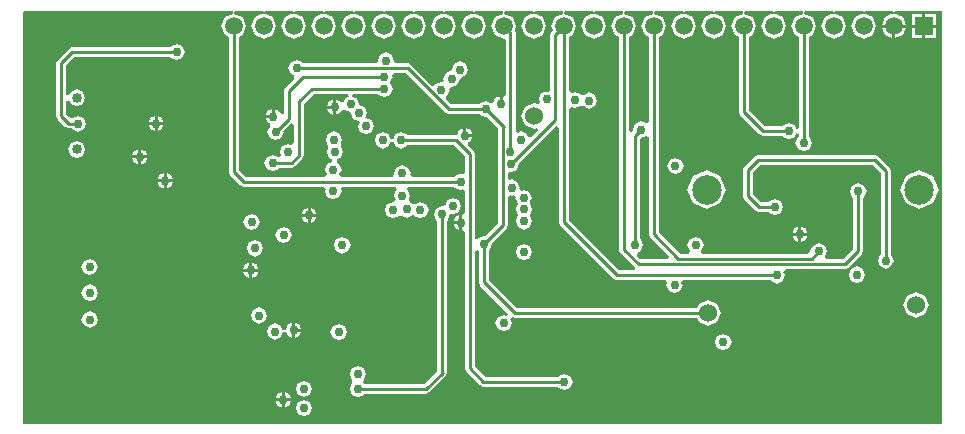
<source format=gbl>
%FSTAX23Y23*%
%MOIN*%
%SFA1B1*%

%IPPOS*%
%ADD36C,0.010000*%
%ADD39C,0.030000*%
%ADD40C,0.060000*%
%ADD41C,0.033465*%
%ADD42R,0.059055X0.059055*%
%ADD43C,0.059055*%
%ADD44C,0.098425*%
%LNmsp_mcu-1*%
%LPD*%
G36*
X03601Y03102D02*
X03572Y03091D01*
X0356Y0306*
X03566Y03046*
X03563Y03044*
X03558Y03032*
Y02848*
X0355Y02842*
X03547Y02844*
X03527Y02836*
X03519Y02817*
X03523Y02807*
X03516Y02799*
X03502Y02805*
X03472Y02792*
X03459Y02762*
X03472Y02731*
X03502Y02718*
X03512Y02722*
X03518Y02714*
X03493Y02689*
X03483Y02691*
X03479Y02701*
X0346Y02709*
X0345Y02705*
X03442Y0271*
Y03037*
X03439Y03045*
X03445Y0306*
X03433Y03091*
X03404Y03102*
X03406Y03112*
X03499*
X03501Y03102*
X03495Y031*
X03472Y03091*
X0346Y0306*
X03472Y0303*
X03502Y03018*
X03533Y0303*
X03545Y0306*
X03533Y03091*
X0351Y031*
X03504Y03102*
X03506Y03112*
X03599*
X03601Y03102*
G37*
G36*
X03801D02*
X03772Y03091D01*
X0376Y0306*
X03772Y0303*
X03786Y03024*
Y02315*
X03791Y02304*
X03839Y02256*
X03839Y02252*
X03836Y02246*
X03787*
X03619Y02414*
Y02785*
X03629Y02792*
X0364Y02787*
X03657Y02795*
X03665Y02795*
X03669Y02793*
X03687Y02785*
X03707Y02793*
X03715Y02812*
X03707Y02832*
X03687Y0284*
X0367Y02832*
X03662Y02832*
X03658Y02834*
X0364Y02842*
X03629Y02837*
X03619Y02844*
Y03024*
X03633Y0303*
X03645Y0306*
X03633Y03091*
X03604Y03102*
X03606Y03112*
X03699*
X03701Y03102*
X03695Y031*
X03672Y03091*
X0366Y0306*
X03672Y0303*
X03702Y03018*
X03733Y0303*
X03745Y0306*
X03733Y03091*
X0371Y031*
X03704Y03102*
X03706Y03112*
X03799*
X03801Y03102*
G37*
G36*
X04401D02*
X04372Y03091D01*
X0436Y0306*
X04372Y0303*
X04386Y03024*
Y0272*
X04376Y02718*
X04372Y0273*
X04352Y02738*
X04333Y0273*
X04332Y02727*
X04273*
X04219Y02781*
Y03024*
X04233Y0303*
X04245Y0306*
X04233Y03091*
X04204Y03102*
X04206Y03112*
X04299*
X04301Y03102*
X04295Y031*
X04272Y03091*
X0426Y0306*
X04272Y0303*
X04302Y03018*
X04333Y0303*
X04345Y0306*
X04333Y03091*
X0431Y031*
X04304Y03102*
X04306Y03112*
X04399*
X04401Y03102*
G37*
G36*
X03901D02*
X03872Y03091D01*
X0386Y0306*
X03872Y0303*
X03886Y03024*
Y02741*
X03876Y02736*
X0386Y02743*
X03841Y02735*
X03833Y02715*
X03834Y02714*
X03828Y02707*
X03819Y02709*
Y03024*
X03833Y0303*
X03845Y0306*
X03833Y03091*
X03804Y03102*
X03806Y03112*
X03899*
X03901Y03102*
G37*
G36*
X03886Y0269D02*
Y02367D01*
X03891Y02356*
X03955Y02292*
X03951Y02283*
X03858*
X03847Y02294*
X03849Y02306*
X0386Y0231*
X03868Y0233*
X0386Y02349*
X03857Y0235*
Y02679*
X0386Y02688*
X03876Y02695*
X03886Y0269*
G37*
G36*
X03401Y03102D02*
X03372Y03091D01*
X0336Y0306*
X03372Y0303*
X03402Y03018*
X03409Y03013*
Y02831*
X03401Y02825*
X03399Y02827*
Y02802*
X03389*
Y02827*
X03374Y02821*
X0337Y0281*
X03364Y02803*
X03357Y02805*
X03345Y02811*
X03325Y02803*
X03324Y028*
X03225*
X03209Y02816*
X03211Y02826*
X03214Y02827*
X03222Y02847*
X0322Y02851*
X03227Y02858*
X03229Y02857*
X03248Y02865*
X03256Y02885*
X03264Y02891*
X03277Y02896*
X03285Y02915*
X03277Y02935*
X03257Y02943*
X03238Y02935*
X0323Y02915*
X03222Y02909*
X03209Y02904*
X03201Y02885*
X03203Y0288*
X03196Y02873*
X03195Y02874*
X03175Y02866*
X03174Y02863*
X03164Y02861*
X03094Y02931*
X03082Y02936*
X03042*
X03036Y02944*
X03037Y02945*
X03029Y02965*
X0301Y02973*
X0299Y02965*
X02982Y02945*
X02983Y02944*
X02977Y02936*
X02732*
X02731Y02939*
X02712Y02947*
X02692Y02939*
X02684Y0292*
X02692Y029*
X02702Y02896*
X02705Y02885*
X02675Y02855*
X0267Y02844*
Y02768*
X02668Y02767*
X02656Y02771*
X02653Y02777*
X02639Y02783*
Y02758*
X02634*
Y02753*
X02609*
X02615Y02739*
X02622Y02736*
Y02735*
X02622Y02725*
X02614Y02707*
X02622Y02688*
X02642Y0268*
X02661Y02688*
X02669Y02707*
X02667Y0271*
X02693Y02736*
X02703Y02732*
Y0267*
X02693Y02664*
X02684Y02668*
X02664Y0266*
X02656Y0264*
X0266Y02631*
X02659Y02629*
X02652Y02624*
X02632Y02632*
X02613Y02624*
X02605Y02605*
X02613Y02585*
X02632Y02577*
X02652Y02585*
X02653Y02588*
X02696*
X02707Y02593*
X02731Y02617*
X02736Y02629*
Y02802*
X02769Y02835*
X02885*
X02887Y02825*
X02873Y0282*
X02869Y02808*
X02858*
X02858Y02809*
X02844Y02815*
Y0279*
Y02765*
X02858Y0277*
X02862Y02782*
X02873*
X02873Y02781*
X02885Y02777*
X02893Y0277*
X02901Y02751*
X0292Y02743*
X02922Y02742*
X02916Y02727*
X02924Y02708*
X02943Y027*
X02962Y02708*
X0297Y02727*
X02962Y02746*
X02943Y02754*
X02941Y02755*
X02948Y0277*
X0294Y0279*
X02928Y02795*
X0292Y028*
X02912Y0282*
X02898Y02825*
X029Y02835*
X02985*
X02986Y02832*
X03005Y02824*
X03025Y02832*
X03033Y02852*
X03025Y02871*
X03027Y0288*
X03032Y02892*
X0303Y02895*
X03036Y02903*
X03076*
X03207Y02772*
X03219Y02767*
X03324*
X03325Y02764*
X03345Y02756*
X03347Y02758*
X03384Y02721*
Y02404*
X03339Y02359*
X03337Y02361*
X03317Y02353*
X03316Y02349*
X03306Y02351*
Y02635*
X03301Y02646*
X03283Y02664*
X03285Y02674*
X03292Y02676*
X03297Y0269*
X03272*
Y02695*
X03267*
Y0272*
X03253Y02715*
X03249Y02705*
X03245Y02696*
X03236*
X03081*
X0308Y02699*
X0306Y02707*
X03041Y02699*
X03036Y02685*
X03025*
X0302Y02699*
X03Y02707*
X02981Y02699*
X02973Y0268*
X02981Y0266*
X03Y02652*
X0302Y0266*
X03025Y02674*
X03036*
X03041Y0266*
X0306Y02652*
X0308Y0266*
X03081Y02663*
X03238*
X03273Y02628*
Y02571*
X03265Y02566*
X03259Y02569*
X03239Y02561*
X03238Y02558*
X03096*
X03091Y02566*
X03092Y02569*
X03084Y02588*
X03065Y02596*
X03045Y02588*
X03037Y02569*
X03038Y02566*
X03033Y02558*
X02861*
X02855Y02568*
X02862Y02582*
X02854Y02602*
X02846Y02605*
Y02616*
X0286Y02621*
X02868Y0264*
X0286Y0266*
X02859Y02671*
X02864Y02682*
X02856Y02701*
X02837Y02709*
X02817Y02701*
X02809Y02682*
X02817Y02662*
X02818Y02651*
X02813Y0264*
X02821Y02621*
X02829Y02618*
Y02607*
X02815Y02602*
X02807Y02582*
X02814Y02568*
X02808Y02558*
X02543*
X02519Y02582*
Y03024*
X02533Y0303*
X02545Y0306*
X02533Y03091*
X02504Y03102*
X02506Y03112*
X02599*
X02601Y03102*
X02595Y031*
X02572Y03091*
X0256Y0306*
X02572Y0303*
X02602Y03018*
X02633Y0303*
X02645Y0306*
X02633Y03091*
X0261Y031*
X02604Y03102*
X02606Y03112*
X02699*
X02701Y03102*
X02695Y031*
X02672Y03091*
X0266Y0306*
X02672Y0303*
X02702Y03018*
X02733Y0303*
X02745Y0306*
X02733Y03091*
X0271Y031*
X02704Y03102*
X02706Y03112*
X02799*
X02801Y03102*
X02795Y031*
X02772Y03091*
X0276Y0306*
X02772Y0303*
X02802Y03018*
X02833Y0303*
X02845Y0306*
X02833Y03091*
X0281Y031*
X02804Y03102*
X02806Y03112*
X02899*
X02901Y03102*
X02895Y031*
X02872Y03091*
X0286Y0306*
X02872Y0303*
X02902Y03018*
X02933Y0303*
X02945Y0306*
X02933Y03091*
X0291Y031*
X02904Y03102*
X02906Y03112*
X02999*
X03001Y03102*
X02995Y031*
X02972Y03091*
X0296Y0306*
X02972Y0303*
X03002Y03018*
X03033Y0303*
X03045Y0306*
X03033Y03091*
X0301Y031*
X03004Y03102*
X03006Y03112*
X03099*
X03101Y03102*
X03095Y031*
X03072Y03091*
X0306Y0306*
X03072Y0303*
X03102Y03018*
X03133Y0303*
X03145Y0306*
X03133Y03091*
X0311Y031*
X03104Y03102*
X03106Y03112*
X03199*
X03201Y03102*
X03195Y031*
X03172Y03091*
X0316Y0306*
X03172Y0303*
X03202Y03018*
X03233Y0303*
X03245Y0306*
X03233Y03091*
X0321Y031*
X03204Y03102*
X03206Y03112*
X03299*
X03301Y03102*
X03295Y031*
X03272Y03091*
X0326Y0306*
X03272Y0303*
X03302Y03018*
X03333Y0303*
X03345Y0306*
X03333Y03091*
X0331Y031*
X03304Y03102*
X03306Y03112*
X03399*
X03401Y03102*
G37*
G36*
X04864Y01737D02*
X04863Y01735D01*
X018*
Y03105*
X01803Y0311*
X01808Y03112*
X02499*
X02501Y03102*
X02472Y03091*
X0246Y0306*
X02472Y0303*
X02486Y03024*
Y02575*
X02491Y02564*
X02525Y0253*
X02537Y02525*
X02805*
X0281Y02517*
X02807Y0251*
X02815Y02491*
X02835Y02483*
X02854Y02491*
X02862Y0251*
X02859Y02517*
X02864Y02525*
X03044*
X03046Y02515*
X03044Y02515*
X03036Y02495*
X03042Y02481*
X03035Y02473*
X03035Y02474*
X03015Y02466*
X03007Y02447*
X03015Y02427*
X03035Y02419*
X03054Y02427*
X03064Y02428*
X0308Y02421*
X03099Y02429*
X03105*
X03105Y02427*
X03125Y02419*
X03144Y02427*
X03152Y02447*
X03144Y02466*
X03125Y02474*
X0311Y02467*
X03099Y02468*
X03096Y02469*
X0309Y02471*
X03086Y02484*
X03091Y02495*
X03083Y02515*
X03081Y02515*
X03083Y02525*
X03238*
X03239Y02522*
X03259Y02514*
X03265Y02517*
X03273Y02512*
Y02436*
X03265Y02431*
Y02405*
Y0238*
X03273Y02375*
Y0192*
X03278Y01908*
X03323Y01863*
X03335Y01858*
X03585*
X03586Y01855*
X03605Y01847*
X03625Y01855*
X03633Y01875*
X03625Y01894*
X03605Y01902*
X03586Y01894*
X03585Y01891*
X03341*
X03306Y01926*
Y0231*
X03316Y02314*
X0332Y0231*
Y02207*
X03325Y02195*
X03418Y02102*
X03412Y02093*
X03402Y02098*
X03383Y0209*
X03375Y0207*
X03383Y02051*
X03402Y02043*
X03422Y02051*
X0343Y0207*
X03425Y02083*
X03432Y0209*
X0344Y02087*
X04046*
X04052Y02073*
X04082Y0206*
X04113Y02073*
X04126Y02104*
X04113Y02134*
X04082Y02147*
X04052Y02134*
X04046Y0212*
X03446*
X03353Y02213*
Y02313*
X03356Y02314*
X03364Y02334*
X03362Y02336*
X03412Y02386*
X03417Y02397*
Y02491*
X03425Y02497*
X03429Y02495*
X03435Y02498*
X03443Y0249*
X03441Y02487*
X03446Y02476*
X03449Y02468*
X03447Y02459*
X03442Y02449*
X03447Y02438*
X0345Y02429*
X03447Y0242*
X03442Y0241*
X0345Y0239*
X0347Y02382*
X03489Y0239*
X03497Y0241*
X03492Y0242*
X03489Y02429*
X03492Y02438*
X03497Y02449*
X03492Y0246*
X03489Y02468*
X03491Y02477*
X03496Y02487*
X03488Y02507*
X03469Y02515*
X03462Y02512*
X03454Y0252*
X03456Y02522*
X03448Y02542*
X03429Y0255*
X03425Y02548*
X03417Y02554*
Y02569*
X03425Y02574*
X03427Y02573*
X03447Y02581*
X03455Y026*
X03453Y02603*
X03576Y02726*
X03586Y02722*
Y02407*
X03591Y02396*
X03769Y02218*
X0378Y02213*
X03942*
X03948Y02205*
X03944Y02197*
X03952Y02177*
X03972Y02169*
X03991Y02177*
X03999Y02197*
X03995Y02205*
X04001Y02213*
X04292*
X04293Y0221*
X04312Y02202*
X04332Y0221*
X0434Y0223*
X04335Y0224*
X04342Y0225*
X0454*
X04551Y02255*
X04596Y023*
X04601Y02312*
Y02488*
X04604Y02489*
X04612Y02509*
X04604Y02528*
X04585Y02536*
X04565Y02528*
X04557Y02509*
X04565Y02489*
X04568Y02488*
Y02318*
X04533Y02283*
X04478*
X04473Y02293*
X0448Y02309*
X04472Y02328*
X04452Y02336*
X04433Y02328*
X04425Y02309*
X04418Y02301*
X04064*
X04061Y0231*
X04069Y0233*
X04061Y02349*
X04042Y02357*
X04022Y02349*
X04014Y0233*
X04022Y0231*
X0402Y02301*
X03992*
X03919Y02374*
Y03024*
X03933Y0303*
X03945Y0306*
X03933Y03091*
X03904Y03102*
X03906Y03112*
X03999*
X04001Y03102*
X03995Y031*
X03972Y03091*
X0396Y0306*
X03972Y0303*
X04002Y03018*
X04033Y0303*
X04045Y0306*
X04033Y03091*
X0401Y031*
X04004Y03102*
X04006Y03112*
X04099*
X04101Y03102*
X04095Y031*
X04072Y03091*
X0406Y0306*
X04072Y0303*
X04102Y03018*
X04133Y0303*
X04145Y0306*
X04133Y03091*
X0411Y031*
X04104Y03102*
X04106Y03112*
X04199*
X04201Y03102*
X04172Y03091*
X0416Y0306*
X04172Y0303*
X04186Y03024*
Y02775*
X04191Y02763*
X04255Y02699*
X04267Y02694*
X04332*
X04333Y02691*
X04352Y02683*
X04372Y02691*
X04376Y02703*
X04386Y02701*
Y02691*
X04383Y0269*
X04375Y0267*
X04383Y02651*
X04402Y02643*
X04422Y02651*
X0443Y0267*
X04422Y0269*
X04419Y02691*
Y03024*
X04433Y0303*
X04445Y0306*
X04433Y03091*
X04404Y03102*
X04406Y03112*
X04499*
X04501Y03102*
X04495Y031*
X04472Y03091*
X0446Y0306*
X04472Y0303*
X04502Y03018*
X04533Y0303*
X04545Y0306*
X04533Y03091*
X0451Y031*
X04504Y03102*
X04506Y03112*
X04599*
X04601Y03102*
X04595Y031*
X04572Y03091*
X0456Y0306*
X04572Y0303*
X04602Y03018*
X04633Y0303*
X04645Y0306*
X04633Y03091*
X0461Y031*
X04604Y03102*
X04606Y03112*
X04699*
X04701Y03102*
X04695Y031*
X04672Y03091*
X04662Y03065*
X04702*
X04743*
X04733Y03091*
X0471Y031*
X04704Y03102*
X04706Y03112*
X04864*
Y01737*
G37*
%LNmsp_mcu-2*%
%LPC*%
G36*
X02834Y02785D02*
X02814D01*
X02819Y0277*
X02834Y02765*
Y02785*
G37*
G36*
X02629Y02783D02*
X02615Y02777D01*
X02609Y02763*
X02629*
Y02783*
G37*
G36*
X03277Y0272D02*
Y027D01*
X03297*
X03292Y02715*
X03277Y0272*
G37*
G36*
X02834Y02815D02*
X02819Y02809D01*
X02814Y02795*
X02834*
Y02815*
G37*
G36*
X03255Y024D02*
X03236D01*
X03241Y02386*
X03255Y02381*
Y024*
G37*
G36*
X0347Y02335D02*
X0345Y02327D01*
X03442Y02307*
X0345Y02288*
X0347Y0228*
X03489Y02288*
X03497Y02307*
X03489Y02327*
X0347Y02335*
G37*
G36*
X02565Y02272D02*
Y02252D01*
X02585*
X02579Y02267*
X02565Y02272*
G37*
G36*
X02022Y02284D02*
X02002Y02276D01*
X01994Y02257*
X02002Y02237*
X02022Y02229*
X02041Y02237*
X02049Y02257*
X02041Y02276*
X02022Y02284*
G37*
G36*
X02585Y02242D02*
X02565D01*
Y02222*
X02579Y02228*
X02585Y02242*
G37*
G36*
X02555Y02272D02*
X0254Y02267D01*
X02535Y02252*
X02555*
Y02272*
G37*
G36*
X0464Y02631D02*
X0425D01*
X04239Y02626*
X04205Y02592*
X042Y0258*
Y02495*
X04205Y02483*
X04243Y02445*
X04255Y0244*
X04287*
X04288Y02437*
X04307Y02429*
X04327Y02437*
X04335Y02457*
X04327Y02476*
X04307Y02484*
X04288Y02476*
X04287Y02473*
X04261*
X04233Y02501*
Y02574*
X04257Y02598*
X04633*
X0466Y02571*
Y02299*
X04657Y02298*
X04649Y02278*
X04657Y02259*
X04676Y02251*
X04695Y02259*
X04703Y02278*
X04695Y02298*
X04692Y02299*
Y02578*
X04687Y0259*
X04651Y02626*
X0464Y02631*
G37*
G36*
X02562Y02435D02*
X02542Y02427D01*
X02534Y02407*
X02542Y02388*
X02562Y0238*
X02581Y02388*
X02589Y02407*
X02581Y02427*
X02562Y02435*
G37*
G36*
X04385Y02392D02*
X04371Y02387D01*
X04366Y02372*
X04385*
Y02392*
G37*
G36*
X04415Y02362D02*
X04395D01*
Y02342*
X0441Y02348*
X04415Y02362*
G37*
G36*
X04385D02*
X04366D01*
X04371Y02348*
X04385Y02342*
Y02362*
G37*
G36*
X04395Y02392D02*
Y02372D01*
X04415*
X0441Y02387*
X04395Y02392*
G37*
G36*
X02574Y02347D02*
X02554Y02339D01*
X02546Y0232*
X02554Y023*
X02574Y02292*
X02593Y023*
X02601Y0232*
X02593Y02339*
X02574Y02347*
G37*
G36*
X02864Y02357D02*
X02845Y02349D01*
X02837Y02329*
X02845Y0231*
X02864Y02302*
X02884Y0231*
X02892Y02329*
X02884Y02349*
X02864Y02357*
G37*
G36*
X02669Y02391D02*
X02649Y02383D01*
X02641Y02364*
X02649Y02344*
X02669Y02336*
X02688Y02344*
X02696Y02364*
X02688Y02383*
X02669Y02391*
G37*
G36*
X04135Y02034D02*
X04115Y02026D01*
X04107Y02007*
X04115Y01987*
X04135Y01979*
X04154Y01987*
X04162Y02007*
X04154Y02026*
X04135Y02034*
G37*
G36*
X02672Y0184D02*
Y0182D01*
X02692*
X02687Y01834*
X02672Y0184*
G37*
G36*
X02727Y02042D02*
X02707D01*
Y02022*
X02721Y02027*
X02727Y02042*
G37*
G36*
X02852Y02068D02*
X02833Y0206D01*
X02825Y0204*
X02833Y02021*
X02852Y02013*
X02872Y02021*
X0288Y0204*
X02872Y0206*
X02852Y02068*
G37*
G36*
X02662Y0181D02*
X02642D01*
X02648Y01795*
X02662Y0179*
Y0181*
G37*
G36*
X02737Y01878D02*
X02717Y0187D01*
X02709Y0185*
X02717Y01831*
X02729Y01827*
X02736Y01824*
Y01814*
X02729Y01811*
X02717Y01807*
X02709Y01787*
X02717Y01768*
X02737Y0176*
X02756Y01768*
X02764Y01787*
X02756Y01807*
X02744Y01811*
X02737Y01814*
Y01824*
X02744Y01827*
X02756Y01831*
X02764Y0185*
X02756Y0187*
X02737Y01878*
G37*
G36*
X02662Y0184D02*
X02648Y01834D01*
X02642Y0182*
X02662*
Y0184*
G37*
G36*
X02692Y0181D02*
X02672D01*
Y0179*
X02687Y01795*
X02692Y0181*
G37*
G36*
X02022Y02199D02*
X02003Y02191D01*
X01995Y02172*
X02003Y02152*
X02022Y02144*
X02042Y02152*
X0205Y02172*
X02042Y02191*
X02022Y02199*
G37*
G36*
X04777Y02175D02*
X04746Y02162D01*
X04733Y02132*
X04746Y02101*
X04777Y02088*
X04807Y02101*
X0482Y02132*
X04807Y02162*
X04777Y02175*
G37*
G36*
X02555Y02242D02*
X02535D01*
X0254Y02228*
X02555Y02222*
Y02242*
G37*
G36*
X0458Y02259D02*
X04561Y02251D01*
X04553Y02232*
X04561Y02212*
X0458Y02204*
X046Y02212*
X04608Y02232*
X046Y02251*
X0458Y02259*
G37*
G36*
X02707Y02072D02*
Y02052D01*
X02727*
X02721Y02066*
X02707Y02072*
G37*
G36*
X02697D02*
X02682Y02066D01*
X02677Y02052*
X02675Y02048*
X02665Y02046*
X02663Y0205*
X02659Y02062*
X0264Y0207*
X0262Y02062*
X02612Y02042*
X0262Y02023*
X0264Y02015*
X02659Y02023*
X02664Y02037*
X02666Y02041*
X02676Y02043*
X02678Y02039*
X02682Y02027*
X02697Y02022*
Y02047*
Y02072*
G37*
G36*
X02587Y02123D02*
X02568Y02115D01*
X0256Y02095*
X02568Y02076*
X02587Y02068*
X02607Y02076*
X02615Y02095*
X02607Y02115*
X02587Y02123*
G37*
G36*
X02022Y0211D02*
X02003Y02102D01*
X01995Y02082*
X02003Y02063*
X02022Y02055*
X02042Y02063*
X0205Y02082*
X02042Y02102*
X02022Y0211*
G37*
G36*
X02749Y02424D02*
X02729D01*
X02734Y02409*
X02749Y02404*
Y02424*
G37*
G36*
X02249Y0276D02*
Y0274D01*
X02268*
X02263Y02755*
X02249Y0276*
G37*
G36*
X02239D02*
X02224Y02755D01*
X02219Y0274*
X02239*
Y0276*
G37*
G36*
X02195Y02648D02*
Y02629D01*
X02215*
X02209Y02643*
X02195Y02648*
G37*
G36*
X02268Y0273D02*
X02249D01*
Y02711*
X02263Y02716*
X02268Y0273*
G37*
G36*
X02239D02*
X02219D01*
X02224Y02716*
X02239Y02711*
Y0273*
G37*
G36*
X04842Y03055D02*
X04807D01*
Y03021*
X04842*
Y03055*
G37*
G36*
X04797D02*
X04763D01*
Y03021*
X04797*
Y03055*
G37*
G36*
X04842Y031D02*
X04807D01*
Y03065*
X04842*
Y031*
G37*
G36*
X04797D02*
X04763D01*
Y03065*
X04797*
Y031*
G37*
G36*
X02312Y03001D02*
X02292Y02993D01*
X02291Y0299*
X01965*
X01953Y02985*
X01916Y02948*
X01911Y02937*
Y0276*
X01916Y02748*
X0194Y02724*
X01952Y02719*
X01962*
X01963Y02716*
X01982Y02708*
X02002Y02716*
X0201Y02735*
X02002Y02754*
X01982Y02762*
X01963Y02754*
X01953Y02757*
X01944Y02766*
Y02812*
X01954Y02814*
X01959Y02801*
X0198Y02793*
X02Y02801*
X02008Y02822*
X02Y02842*
X0198Y02851*
X01959Y02842*
X01954Y02829*
X01944Y02831*
Y0293*
X01971Y02957*
X02291*
X02292Y02954*
X02312Y02946*
X02331Y02954*
X02339Y02974*
X02331Y02993*
X02312Y03001*
G37*
G36*
X04743Y03055D02*
X04707D01*
Y0302*
X04733Y0303*
X04743Y03055*
G37*
G36*
X04697D02*
X04662D01*
X04672Y0303*
X04697Y0302*
Y03055*
G37*
G36*
X04788Y02579D02*
X04742Y0256D01*
X04724Y02515*
X04742Y0247*
X04788Y02451*
X04833Y0247*
X04852Y02515*
X04833Y0256*
X04788Y02579*
G37*
G36*
X04079D02*
X04034Y0256D01*
X04015Y02515*
X04034Y0247*
X04079Y02451*
X04124Y0247*
X04143Y02515*
X04124Y0256*
X04079Y02579*
G37*
G36*
X0227Y0254D02*
X0225D01*
X02255Y02525*
X0227Y0252*
Y0254*
G37*
G36*
X03234Y02488D02*
X03214Y0248D01*
X0321Y02468*
X03207Y02463*
X03199Y0246*
X03198*
X03189Y02456*
X03178Y02452*
X03171Y02433*
X03178Y02413*
X03181Y02412*
Y01911*
X03137Y01867*
X02937*
X02936Y0187*
X02935Y0187*
Y01878*
X02936Y0188*
X02944Y019*
X02936Y01919*
X02917Y01927*
X02897Y01919*
X02889Y019*
X02897Y0188*
X02898Y01878*
Y01872*
X02897Y0187*
X02889Y0185*
X02897Y01831*
X02917Y01823*
X02936Y01831*
X02937Y01834*
X03144*
X03155Y01839*
X0321Y01894*
X03215Y01905*
X03214Y01908*
Y02412*
X03217Y02413*
X03225Y02433*
X03232Y02433*
X03234Y02433*
X03253Y02441*
X03261Y0246*
X03253Y0248*
X03234Y02488*
G37*
G36*
X03255Y0243D02*
X03241Y02425D01*
X03236Y0241*
X03255*
Y0243*
G37*
G36*
X02778Y02424D02*
X02759D01*
Y02404*
X02773Y02409*
X02778Y02424*
G37*
G36*
X02759Y02453D02*
Y02434D01*
X02778*
X02773Y02448*
X02759Y02453*
G37*
G36*
X02749D02*
X02734Y02448D01*
X02729Y02434*
X02749*
Y02453*
G37*
G36*
X02215Y02619D02*
X02195D01*
Y02599*
X02209Y02604*
X02215Y02619*
G37*
G36*
X02185D02*
X02165D01*
X0217Y02604*
X02185Y02599*
Y02619*
G37*
G36*
Y02648D02*
X0217Y02643D01*
X02165Y02629*
X02185*
Y02648*
G37*
G36*
X0198Y02677D02*
X01959Y02669D01*
X01951Y02649*
X01959Y02628*
X0198Y0262*
X02Y02628*
X02008Y02649*
X02Y02669*
X0198Y02677*
G37*
G36*
X0227Y0257D02*
X02255Y02564D01*
X0225Y0255*
X0227*
Y0257*
G37*
G36*
X023Y0254D02*
X0228D01*
Y0252*
X02294Y02525*
X023Y0254*
G37*
G36*
X03975Y02621D02*
X03956Y02613D01*
X03948Y02594*
X03956Y02574*
X03975Y02566*
X03995Y02574*
X04003Y02594*
X03995Y02613*
X03975Y02621*
G37*
G36*
X0228Y0257D02*
Y0255D01*
X023*
X02294Y02564*
X0228Y0257*
G37*
%LNmsp_mcu-3*%
%LPD*%
G54D36*
X03337Y02334D02*
X034Y02397D01*
Y02724*
X03402Y02725*
X04429Y02285D02*
X04452Y02309D01*
X03985Y02285D02*
X04429D01*
X03902Y02367D02*
X03985Y02285D01*
X03219Y02784D02*
X03345D01*
X02687Y02752D02*
Y02844D01*
X02642Y02707D02*
X02687Y02752D01*
X0344Y02104D02*
X04082D01*
X03337Y02207D02*
X0344Y02104D01*
X03337Y02207D02*
Y02334D01*
X03345Y02784D02*
X03402Y02725D01*
X0384Y0233D02*
Y02695D01*
X0386Y02715*
X0329Y0192D02*
Y02635D01*
Y0192D02*
X03335Y01875D01*
X03605*
X03427Y026D02*
X03575Y02747D01*
Y03032*
X0306Y0268D02*
X03245D01*
X0329Y02635*
X03198Y01906D02*
X03199Y01905D01*
X03198Y01906D02*
Y02433D01*
X03144Y0185D02*
X03199Y01905D01*
X02917Y0185D02*
X03144D01*
X02696Y02605D02*
X0272Y02629D01*
X02632Y02605D02*
X02696D01*
X0272Y02629D02*
Y02809D01*
X02762Y02852*
X03005*
X03402Y0306D02*
X03425Y03037D01*
Y02642D02*
Y03037D01*
X03575Y03032D02*
X03602Y0306D01*
X02502Y02575D02*
Y0306D01*
Y02575D02*
X02537Y02542D01*
X03259*
X0384Y0233D02*
X03842Y0233D01*
X03852Y02267D02*
X0454D01*
X03802Y02315D02*
X03852Y02267D01*
X03802Y02315D02*
Y0306D01*
X04585Y02312D02*
Y02509D01*
X0454Y02267D02*
X04585Y02312D01*
X04676Y02278D02*
Y02578D01*
X0464Y02615D02*
X04676Y02578D01*
X0425Y02615D02*
X0464D01*
X04217Y0258D02*
X0425Y02615D01*
X04217Y02495D02*
Y0258D01*
Y02495D02*
X04255Y02457D01*
X04307*
X0378Y0223D02*
X04312D01*
X03902Y02367D02*
Y0306D01*
X03602Y02407D02*
Y0306D01*
Y02407D02*
X0378Y0223D01*
X04202Y02775D02*
Y0306D01*
Y02775D02*
X04267Y0271D01*
X04352*
X04402Y0267D02*
Y0306D01*
X01965Y02974D02*
X02312D01*
X01927Y02937D02*
X01965Y02974D01*
X01927Y0276D02*
Y02937D01*
Y0276D02*
X01952Y02735D01*
X01982*
X02687Y02844D02*
X02735Y02892D01*
X03005*
X03082Y0292D02*
X03219Y02784D01*
X02712Y0292D02*
X03082D01*
G54D39*
X02634Y02758D03*
X02702Y02047D03*
X03394Y02802D03*
X02667Y01815D03*
X0326Y02405D03*
X02754Y02429D03*
X02839Y0279D03*
X0256Y02247D03*
X03272Y02695D03*
X02275Y02545D03*
X0219Y02624D03*
X02562Y02407D03*
X02669Y02364D03*
X02574Y0232D03*
X02587Y02095D03*
X02737Y01787D03*
X0346Y02682D03*
X04042Y0233D03*
X0284Y0264D03*
X02684D03*
X02712Y0292D03*
X03337Y02334D03*
X03345Y02784D03*
X04135Y02007D03*
X03605Y01875D03*
X03402Y0207D03*
X03547Y02817D03*
X0364Y02815D03*
X03687Y02812D03*
X03195Y02847D03*
X03229Y02885D03*
X03257Y02915D03*
X02244Y02735D03*
X0264Y02042D03*
X02852Y0204D03*
X0458Y02232D03*
X03234Y0246D03*
X03198Y02433D03*
X02943Y02727D03*
X02917Y0185D03*
Y019D03*
X02737Y0185D03*
X0306Y0268D03*
X03D03*
X02837Y02682D03*
X02835Y0251D03*
Y02582D03*
X0292Y0277D03*
X02864Y02329D03*
X03972Y02197D03*
X03975Y02594D03*
X03064Y02495D03*
X03065Y02569D03*
X03005Y02852D03*
X03005Y02892D03*
X02632Y02605D03*
X02642Y02707D03*
X03125Y02447D03*
X0308Y02449D03*
X03035Y02447D03*
X03425Y02642D03*
X03427Y026D03*
X03259Y02542D03*
X0347Y02307D03*
Y0241D03*
Y02449D03*
X03469Y02487D03*
X03429Y02522D03*
X0386Y02715D03*
X0384Y0233D03*
X04585Y02509D03*
X04452Y02309D03*
X0439Y02367D03*
X04312Y0223D03*
X04676Y02278D03*
X04307Y02457D03*
X04352Y0271D03*
X04402Y0267D03*
X01982Y02735D03*
X02312Y02974D03*
X02022Y02172D03*
Y02082D03*
X02022Y02257D03*
X02892Y028D03*
X0301Y02945D03*
G54D40*
X03502Y02762D03*
X04777Y02132D03*
X04082Y02104D03*
G54D41*
X0198Y02649D03*
Y02822D03*
G54D42*
X04802Y0306D03*
G54D43*
X02502Y0306D03*
X02602D03*
X02702D03*
X02802D03*
X02902D03*
X03002D03*
X03102D03*
X03202D03*
X03302D03*
X03402D03*
X03502D03*
X03602D03*
X03702D03*
X03802D03*
X03902D03*
X04002D03*
X04102D03*
X04202D03*
X04302D03*
X04402D03*
X04502D03*
X04602D03*
X04702D03*
G54D44*
X04788Y02515D03*
X04079D03*
M02*
</source>
